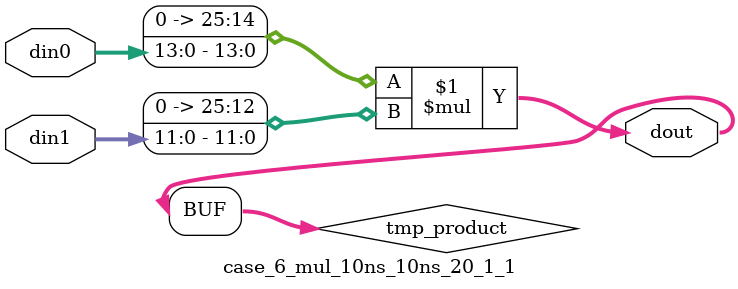
<source format=v>

`timescale 1 ns / 1 ps

 (* use_dsp = "no" *)  module case_6_mul_10ns_10ns_20_1_1(din0, din1, dout);
parameter ID = 1;
parameter NUM_STAGE = 0;
parameter din0_WIDTH = 14;
parameter din1_WIDTH = 12;
parameter dout_WIDTH = 26;

input [din0_WIDTH - 1 : 0] din0; 
input [din1_WIDTH - 1 : 0] din1; 
output [dout_WIDTH - 1 : 0] dout;

wire signed [dout_WIDTH - 1 : 0] tmp_product;
























assign tmp_product = $signed({1'b0, din0}) * $signed({1'b0, din1});











assign dout = tmp_product;





















endmodule

</source>
